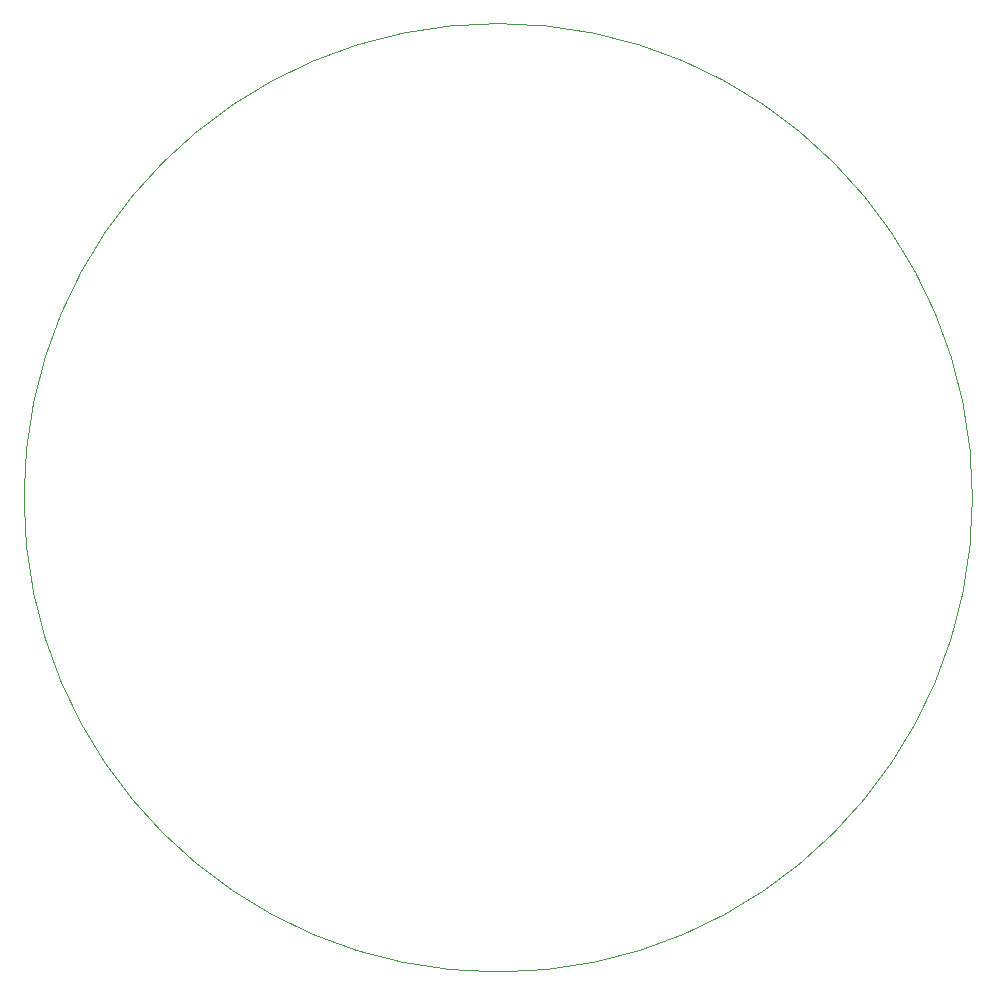
<source format=gbr>
G04 #@! TF.GenerationSoftware,KiCad,Pcbnew,(5.1.5)-3*
G04 #@! TF.CreationDate,2020-06-04T15:01:54+02:00*
G04 #@! TF.ProjectId,StepperClockK02,53746570-7065-4724-936c-6f636b4b3032,v1.0*
G04 #@! TF.SameCoordinates,Original*
G04 #@! TF.FileFunction,Profile,NP*
%FSLAX46Y46*%
G04 Gerber Fmt 4.6, Leading zero omitted, Abs format (unit mm)*
G04 Created by KiCad (PCBNEW (5.1.5)-3) date 2020-06-04 15:01:54*
%MOMM*%
%LPD*%
G04 APERTURE LIST*
%ADD10C,0.050000*%
G04 APERTURE END LIST*
D10*
X140675800Y-142860740D02*
G75*
G03X140675800Y-142860740I-40150000J0D01*
G01*
M02*

</source>
